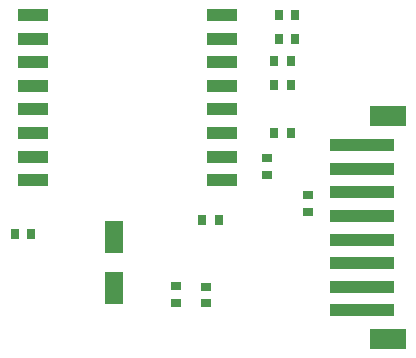
<source format=gtp>
G04*
G04 #@! TF.GenerationSoftware,Altium Limited,Altium Designer,23.3.1 (30)*
G04*
G04 Layer_Color=8421504*
%FSLAX25Y25*%
%MOIN*%
G70*
G04*
G04 #@! TF.SameCoordinates,0C139B8F-EE47-4A66-AA8D-B4512E762C46*
G04*
G04*
G04 #@! TF.FilePolarity,Positive*
G04*
G01*
G75*
%ADD14R,0.03150X0.03543*%
%ADD15R,0.03543X0.03150*%
%ADD16R,0.06299X0.11024*%
%ADD17R,0.10236X0.04331*%
%ADD18R,0.21654X0.03937*%
%ADD19R,0.12205X0.06693*%
D14*
X102744Y99500D02*
D03*
X108256D02*
D03*
X102744Y91500D02*
D03*
X108256D02*
D03*
X102744Y75500D02*
D03*
X108256D02*
D03*
X78744Y46500D02*
D03*
X84256D02*
D03*
X109756Y107000D02*
D03*
X104244D02*
D03*
X109756Y115000D02*
D03*
X104244D02*
D03*
X21756Y42000D02*
D03*
X16244D02*
D03*
D15*
X114000Y54756D02*
D03*
Y49244D02*
D03*
X100372Y67128D02*
D03*
Y61616D02*
D03*
X70000Y19000D02*
D03*
Y24512D02*
D03*
X80000Y18744D02*
D03*
Y24256D02*
D03*
D16*
X49500Y24035D02*
D03*
Y40965D02*
D03*
D17*
X22508Y114874D02*
D03*
Y107000D02*
D03*
Y99126D02*
D03*
Y91252D02*
D03*
Y83378D02*
D03*
Y75504D02*
D03*
Y67630D02*
D03*
Y59756D02*
D03*
X85500D02*
D03*
Y67630D02*
D03*
Y75504D02*
D03*
Y83378D02*
D03*
Y91252D02*
D03*
Y99126D02*
D03*
Y107000D02*
D03*
Y114874D02*
D03*
D18*
X132000Y16378D02*
D03*
Y24252D02*
D03*
Y32126D02*
D03*
Y40000D02*
D03*
Y47874D02*
D03*
Y55748D02*
D03*
Y63622D02*
D03*
Y71496D02*
D03*
D19*
X140661Y81142D02*
D03*
Y6732D02*
D03*
M02*

</source>
